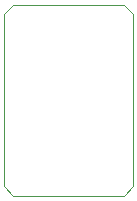
<source format=gbr>
G04 #@! TF.GenerationSoftware,KiCad,Pcbnew,(5.1.2)-2*
G04 #@! TF.CreationDate,2019-12-09T19:03:00+00:00*
G04 #@! TF.ProjectId,laser_range_PCB,6c617365-725f-4726-916e-67655f504342,rev?*
G04 #@! TF.SameCoordinates,Original*
G04 #@! TF.FileFunction,Profile,NP*
%FSLAX46Y46*%
G04 Gerber Fmt 4.6, Leading zero omitted, Abs format (unit mm)*
G04 Created by KiCad (PCBNEW (5.1.2)-2) date 2019-12-09 19:03:00*
%MOMM*%
%LPD*%
G04 APERTURE LIST*
%ADD10C,0.050000*%
G04 APERTURE END LIST*
D10*
X129200000Y-110200000D02*
X128400000Y-111000000D01*
X139400000Y-111000000D02*
X138600000Y-110200000D01*
X128400000Y-125600000D02*
X129200000Y-126400000D01*
X139400000Y-125600000D02*
X138600000Y-126400000D01*
X128400000Y-125600000D02*
X128400000Y-111000000D01*
X138600000Y-126400000D02*
X129200000Y-126400000D01*
X139400000Y-111000000D02*
X139400000Y-125600000D01*
X129200000Y-110200000D02*
X138600000Y-110200000D01*
M02*

</source>
